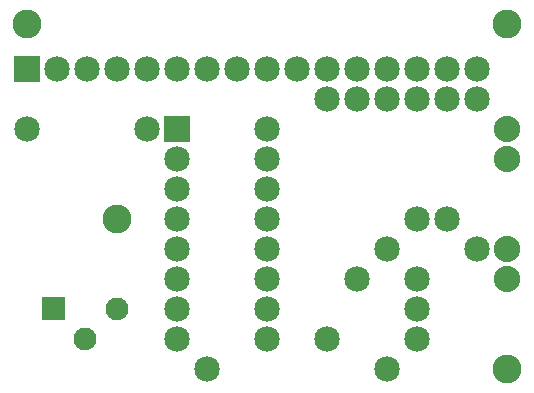
<source format=gbs>
G04 MADE WITH FRITZING*
G04 WWW.FRITZING.ORG*
G04 DOUBLE SIDED*
G04 HOLES PLATED*
G04 CONTOUR ON CENTER OF CONTOUR VECTOR*
%ASAXBY*%
%FSLAX23Y23*%
%MOIN*%
%OFA0B0*%
%SFA1.0B1.0*%
%ADD10C,0.085000*%
%ADD11C,0.096614*%
%ADD12C,0.088000*%
%ADD13C,0.076000*%
%ADD14R,0.085000X0.085000*%
%ADD15R,0.001000X0.001000*%
%LNMASK0*%
G90*
G70*
G54D10*
X126Y899D03*
X526Y899D03*
X1126Y999D03*
X1126Y199D03*
X1226Y399D03*
X1226Y999D03*
X1326Y499D03*
X1326Y999D03*
X1426Y599D03*
X1426Y999D03*
X1626Y499D03*
X1626Y999D03*
X726Y99D03*
X1326Y99D03*
X1526Y999D03*
X1526Y599D03*
G54D11*
X1726Y99D03*
X1726Y1251D03*
X426Y599D03*
X126Y1251D03*
G54D10*
X1426Y199D03*
X1426Y299D03*
X1426Y399D03*
G54D12*
X1726Y499D03*
X1726Y399D03*
G54D10*
X626Y899D03*
X926Y899D03*
X626Y799D03*
X926Y799D03*
X626Y699D03*
X926Y699D03*
X626Y599D03*
X926Y599D03*
X626Y499D03*
X926Y499D03*
X626Y399D03*
X926Y399D03*
X626Y299D03*
X926Y299D03*
X626Y199D03*
X926Y199D03*
G54D12*
X1726Y899D03*
X1726Y799D03*
G54D10*
X126Y1099D03*
X226Y1099D03*
X326Y1099D03*
X426Y1099D03*
X526Y1099D03*
X626Y1099D03*
X726Y1099D03*
X826Y1099D03*
X926Y1099D03*
X1026Y1099D03*
X1126Y1099D03*
X1226Y1099D03*
X1326Y1099D03*
X1426Y1099D03*
X1526Y1099D03*
X1626Y1099D03*
G54D13*
X214Y299D03*
X320Y199D03*
X426Y299D03*
X214Y299D03*
X320Y199D03*
X426Y299D03*
G54D14*
X626Y899D03*
X126Y1099D03*
G54D15*
X176Y338D02*
X251Y338D01*
X176Y337D02*
X251Y337D01*
X176Y336D02*
X251Y336D01*
X176Y335D02*
X251Y335D01*
X176Y334D02*
X251Y334D01*
X176Y333D02*
X251Y333D01*
X176Y332D02*
X251Y332D01*
X176Y331D02*
X251Y331D01*
X176Y330D02*
X251Y330D01*
X176Y329D02*
X251Y329D01*
X176Y328D02*
X251Y328D01*
X176Y327D02*
X251Y327D01*
X176Y326D02*
X251Y326D01*
X176Y325D02*
X251Y325D01*
X176Y324D02*
X251Y324D01*
X176Y323D02*
X251Y323D01*
X176Y322D02*
X251Y322D01*
X176Y321D02*
X251Y321D01*
X176Y320D02*
X251Y320D01*
X176Y319D02*
X251Y319D01*
X176Y318D02*
X251Y318D01*
X176Y317D02*
X251Y317D01*
X176Y316D02*
X251Y316D01*
X176Y315D02*
X251Y315D01*
X176Y314D02*
X251Y314D01*
X176Y313D02*
X251Y313D01*
X176Y312D02*
X251Y312D01*
X176Y311D02*
X251Y311D01*
X176Y310D02*
X251Y310D01*
X176Y309D02*
X209Y309D01*
X218Y309D02*
X251Y309D01*
X176Y308D02*
X208Y308D01*
X220Y308D02*
X251Y308D01*
X176Y307D02*
X206Y307D01*
X221Y307D02*
X251Y307D01*
X176Y306D02*
X205Y306D01*
X222Y306D02*
X251Y306D01*
X176Y305D02*
X205Y305D01*
X222Y305D02*
X251Y305D01*
X176Y304D02*
X204Y304D01*
X223Y304D02*
X251Y304D01*
X176Y303D02*
X204Y303D01*
X223Y303D02*
X251Y303D01*
X176Y302D02*
X204Y302D01*
X223Y302D02*
X251Y302D01*
X176Y301D02*
X204Y301D01*
X224Y301D02*
X251Y301D01*
X176Y300D02*
X204Y300D01*
X224Y300D02*
X251Y300D01*
X176Y299D02*
X204Y299D01*
X223Y299D02*
X251Y299D01*
X176Y298D02*
X204Y298D01*
X223Y298D02*
X251Y298D01*
X176Y297D02*
X204Y297D01*
X223Y297D02*
X251Y297D01*
X176Y296D02*
X205Y296D01*
X223Y296D02*
X251Y296D01*
X176Y295D02*
X205Y295D01*
X222Y295D02*
X251Y295D01*
X176Y294D02*
X206Y294D01*
X221Y294D02*
X251Y294D01*
X176Y293D02*
X207Y293D01*
X220Y293D02*
X251Y293D01*
X176Y292D02*
X208Y292D01*
X219Y292D02*
X251Y292D01*
X176Y291D02*
X211Y291D01*
X216Y291D02*
X251Y291D01*
X176Y290D02*
X251Y290D01*
X176Y289D02*
X251Y289D01*
X176Y288D02*
X251Y288D01*
X176Y287D02*
X251Y287D01*
X176Y286D02*
X251Y286D01*
X176Y285D02*
X251Y285D01*
X176Y284D02*
X251Y284D01*
X176Y283D02*
X251Y283D01*
X176Y282D02*
X251Y282D01*
X176Y281D02*
X251Y281D01*
X176Y280D02*
X251Y280D01*
X176Y279D02*
X251Y279D01*
X176Y278D02*
X251Y278D01*
X176Y277D02*
X251Y277D01*
X176Y276D02*
X251Y276D01*
X176Y275D02*
X251Y275D01*
X176Y274D02*
X251Y274D01*
X176Y273D02*
X251Y273D01*
X176Y272D02*
X251Y272D01*
X176Y271D02*
X251Y271D01*
X176Y270D02*
X251Y270D01*
X176Y269D02*
X251Y269D01*
X176Y268D02*
X251Y268D01*
X176Y267D02*
X251Y267D01*
X176Y266D02*
X251Y266D01*
X176Y265D02*
X251Y265D01*
X176Y264D02*
X251Y264D01*
X176Y263D02*
X251Y263D01*
D02*
G04 End of Mask0*
M02*
</source>
